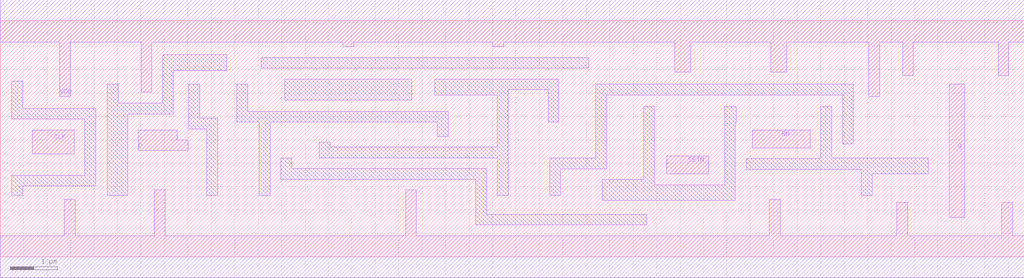
<source format=lef>
# Copyright 2022 GlobalFoundries PDK Authors
#
# Licensed under the Apache License, Version 2.0 (the "License");
# you may not use this file except in compliance with the License.
# You may obtain a copy of the License at
#
#      http://www.apache.org/licenses/LICENSE-2.0
#
# Unless required by applicable law or agreed to in writing, software
# distributed under the License is distributed on an "AS IS" BASIS,
# WITHOUT WARRANTIES OR CONDITIONS OF ANY KIND, either express or implied.
# See the License for the specific language governing permissions and
# limitations under the License.

MACRO gf180mcu_fd_sc_mcu9t5v0__dffrsnq_2
  CLASS core ;
  FOREIGN gf180mcu_fd_sc_mcu9t5v0__dffrsnq_2 0.0 0.0 ;
  ORIGIN 0 0 ;
  SYMMETRY X Y ;
  SITE GF018hv5v_green_sc9 ;
  SIZE 21.84 BY 5.04 ;
  PIN D
    DIRECTION INPUT ;
    ANTENNAGATEAREA 0.854 ;
    PORT
      LAYER Metal1 ;
        POLYGON 2.945 2.27 4.01 2.27 4.01 2.5 3.77 2.5 3.77 2.71 2.945 2.71  ;
    END
  END D
  PIN RN
    DIRECTION INPUT ;
    ANTENNAGATEAREA 2.018 ;
    PORT
      LAYER Metal1 ;
        POLYGON 16.04 2.33 17.275 2.33 17.275 2.71 16.04 2.71  ;
    END
  END RN
  PIN SETN
    DIRECTION INPUT ;
    ANTENNAGATEAREA 2.018 ;
    PORT
      LAYER Metal1 ;
        POLYGON 14.22 1.77 15.115 1.77 15.115 2.15 14.22 2.15  ;
    END
  END SETN
  PIN CLK
    DIRECTION INPUT ;
    USE clock ;
    ANTENNAGATEAREA 1.164 ;
    PORT
      LAYER Metal1 ;
        POLYGON 0.685 2.2 1.575 2.2 1.575 2.71 0.685 2.71  ;
    END
  END CLK
  PIN Q
    DIRECTION OUTPUT ;
    ANTENNADIFFAREA 1.638 ;
    PORT
      LAYER Metal1 ;
        POLYGON 20.245 0.845 20.57 0.845 20.57 3.685 20.245 3.685  ;
    END
  END Q
  PIN VDD
    DIRECTION INOUT ;
    USE power ;
    SHAPE ABUTMENT ;
    PORT
      LAYER Metal1 ;
        POLYGON 0 4.59 1.265 4.59 1.265 3.425 1.495 3.425 1.495 4.59 2.035 4.59 3.005 4.59 3.005 3.515 3.235 3.515 3.235 4.59 4.835 4.59 7.305 4.59 7.305 4.49 7.535 4.49 7.535 4.59 10.505 4.59 10.505 4.49 10.735 4.49 10.735 4.59 12.55 4.59 14.39 4.59 14.39 3.95 14.73 3.95 14.73 4.59 16.43 4.59 16.43 3.95 16.77 3.95 16.77 4.59 18.195 4.59 18.525 4.59 18.525 3.425 18.755 3.425 18.755 4.59 19.245 4.59 19.245 3.875 19.475 3.875 19.475 4.59 19.795 4.59 21.285 4.59 21.285 3.875 21.515 3.875 21.515 4.59 21.84 4.59 21.84 5.49 19.795 5.49 18.195 5.49 12.55 5.49 4.835 5.49 2.035 5.49 0 5.49  ;
    END
  END VDD
  PIN VSS
    DIRECTION INOUT ;
    USE ground ;
    SHAPE ABUTMENT ;
    PORT
      LAYER Metal1 ;
        POLYGON 0 -0.45 21.84 -0.45 21.84 0.45 21.595 0.45 21.595 1.165 21.365 1.165 21.365 0.45 19.355 0.45 19.355 1.165 19.125 1.165 19.125 0.45 16.635 0.45 16.635 1.225 16.405 1.225 16.405 0.45 8.875 0.45 8.875 1.425 8.645 1.425 8.645 0.45 3.515 0.45 3.515 1.425 3.285 1.425 3.285 0.45 1.595 0.45 1.595 1.225 1.365 1.225 1.365 0.45 0 0.45  ;
    END
  END VSS
  OBS
      LAYER Metal1 ;
        POLYGON 0.245 2.94 1.805 2.94 1.805 1.74 0.245 1.74 0.245 1.315 0.475 1.315 0.475 1.51 2.035 1.51 2.035 3.17 0.475 3.17 0.475 3.75 0.245 3.75  ;
        POLYGON 4.025 2.73 4.405 2.73 4.405 1.315 4.635 1.315 4.635 2.96 4.255 2.96 4.255 3.685 4.025 3.685  ;
        POLYGON 2.285 1.315 2.715 1.315 2.715 3.055 3.695 3.055 3.695 3.975 4.835 3.975 4.835 4.315 3.465 4.315 3.465 3.285 2.515 3.285 2.515 3.685 2.285 3.685  ;
        POLYGON 6.065 3.35 8.775 3.35 8.775 3.8 6.065 3.8  ;
        POLYGON 5.045 2.875 5.525 2.875 5.525 1.315 5.755 1.315 5.755 2.875 9.325 2.875 9.325 2.575 9.555 2.575 9.555 3.105 5.275 3.105 5.275 3.685 5.045 3.685  ;
        POLYGON 9.265 3.46 10.605 3.46 10.605 2.345 7.035 2.345 7.035 2.455 6.805 2.455 6.805 2.115 10.605 2.115 10.605 1.315 10.835 1.315 10.835 3.57 11.685 3.57 11.685 2.875 11.915 2.875 11.915 3.8 9.265 3.8  ;
        POLYGON 5.57 4.03 12.55 4.03 12.55 4.26 5.57 4.26  ;
        POLYGON 5.985 1.655 10.145 1.655 10.145 0.68 13.79 0.68 13.79 0.91 10.375 0.91 10.375 1.885 6.215 1.885 6.215 2.115 5.985 2.115  ;
        POLYGON 12.845 1.2 15.68 1.2 15.68 2.875 15.695 2.875 15.695 3.215 15.45 3.215 15.45 1.54 13.955 1.54 13.955 3.215 13.725 3.215 13.725 1.65 12.845 1.65  ;
        POLYGON 11.725 1.315 11.955 1.315 11.955 1.88 12.935 1.88 12.935 3.455 17.965 3.455 17.965 2.415 18.195 2.415 18.195 3.685 12.705 3.685 12.705 2.11 11.725 2.11  ;
        POLYGON 15.91 1.87 18.365 1.87 18.365 1.315 18.595 1.315 18.595 1.775 19.795 1.775 19.795 2.115 17.735 2.115 17.735 3.215 17.505 3.215 17.505 2.1 15.91 2.1  ;
  END
END gf180mcu_fd_sc_mcu9t5v0__dffrsnq_2

</source>
